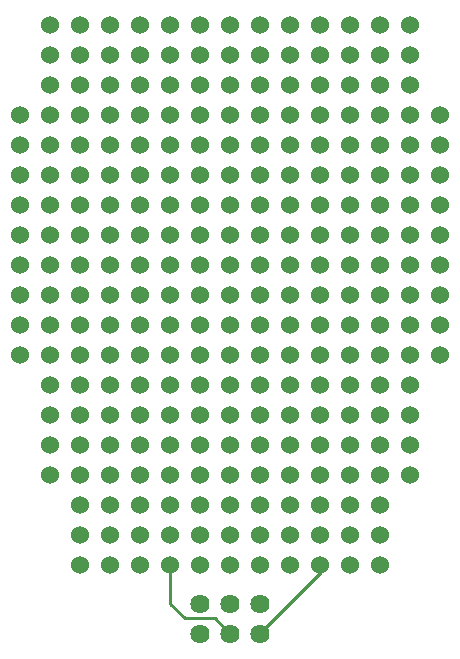
<source format=gtl>
G04*
G04 #@! TF.GenerationSoftware,Altium Limited,CircuitStudio,1.5.2 (30)*
G04*
G04 Layer_Physical_Order=1*
G04 Layer_Color=1513471*
%FSLAX25Y25*%
%MOIN*%
G70*
G01*
G75*
%ADD10C,0.01000*%
%ADD11C,0.01200*%
%ADD12C,0.06000*%
%ADD13C,0.06400*%
D10*
X769900Y632100D02*
X775000Y627000D01*
X759900Y632100D02*
X769900D01*
X755000Y637000D02*
X759900Y632100D01*
X755000Y637000D02*
Y650000D01*
D11*
X785000Y627000D02*
X805000Y647000D01*
Y650000D01*
D12*
X775000D02*
D03*
Y660000D02*
D03*
Y670000D02*
D03*
Y680000D02*
D03*
Y690000D02*
D03*
Y700000D02*
D03*
Y710000D02*
D03*
Y720000D02*
D03*
Y730000D02*
D03*
Y740000D02*
D03*
Y750000D02*
D03*
Y760000D02*
D03*
Y770000D02*
D03*
Y780000D02*
D03*
Y790000D02*
D03*
Y800000D02*
D03*
Y810000D02*
D03*
Y820000D02*
D03*
Y830000D02*
D03*
X765000D02*
D03*
Y820000D02*
D03*
Y810000D02*
D03*
Y800000D02*
D03*
Y790000D02*
D03*
Y780000D02*
D03*
Y770000D02*
D03*
Y760000D02*
D03*
Y750000D02*
D03*
Y740000D02*
D03*
Y730000D02*
D03*
Y720000D02*
D03*
Y710000D02*
D03*
Y700000D02*
D03*
Y690000D02*
D03*
Y680000D02*
D03*
Y670000D02*
D03*
Y660000D02*
D03*
Y650000D02*
D03*
X755000Y830000D02*
D03*
Y820000D02*
D03*
Y810000D02*
D03*
Y800000D02*
D03*
Y790000D02*
D03*
Y780000D02*
D03*
Y770000D02*
D03*
Y760000D02*
D03*
Y750000D02*
D03*
Y740000D02*
D03*
Y730000D02*
D03*
Y720000D02*
D03*
Y710000D02*
D03*
Y700000D02*
D03*
Y690000D02*
D03*
Y680000D02*
D03*
Y670000D02*
D03*
Y660000D02*
D03*
Y650000D02*
D03*
X745000Y830000D02*
D03*
Y820000D02*
D03*
Y810000D02*
D03*
Y800000D02*
D03*
Y790000D02*
D03*
Y780000D02*
D03*
Y770000D02*
D03*
Y760000D02*
D03*
Y750000D02*
D03*
Y740000D02*
D03*
Y730000D02*
D03*
Y720000D02*
D03*
Y710000D02*
D03*
Y700000D02*
D03*
Y690000D02*
D03*
Y680000D02*
D03*
Y670000D02*
D03*
Y660000D02*
D03*
Y650000D02*
D03*
X735000Y830000D02*
D03*
Y820000D02*
D03*
Y810000D02*
D03*
Y800000D02*
D03*
Y790000D02*
D03*
Y780000D02*
D03*
Y770000D02*
D03*
Y760000D02*
D03*
Y750000D02*
D03*
Y740000D02*
D03*
Y730000D02*
D03*
Y720000D02*
D03*
Y710000D02*
D03*
Y700000D02*
D03*
Y690000D02*
D03*
Y680000D02*
D03*
Y670000D02*
D03*
Y660000D02*
D03*
Y650000D02*
D03*
X725000Y830000D02*
D03*
Y820000D02*
D03*
Y810000D02*
D03*
Y800000D02*
D03*
Y790000D02*
D03*
Y780000D02*
D03*
Y770000D02*
D03*
Y760000D02*
D03*
Y750000D02*
D03*
Y740000D02*
D03*
Y730000D02*
D03*
Y720000D02*
D03*
Y710000D02*
D03*
Y700000D02*
D03*
Y690000D02*
D03*
Y680000D02*
D03*
Y670000D02*
D03*
Y660000D02*
D03*
Y650000D02*
D03*
X715000Y830000D02*
D03*
Y820000D02*
D03*
Y810000D02*
D03*
Y800000D02*
D03*
Y790000D02*
D03*
Y780000D02*
D03*
Y770000D02*
D03*
Y760000D02*
D03*
Y750000D02*
D03*
Y740000D02*
D03*
Y730000D02*
D03*
Y720000D02*
D03*
Y710000D02*
D03*
Y700000D02*
D03*
Y690000D02*
D03*
Y680000D02*
D03*
X705000Y780000D02*
D03*
Y770000D02*
D03*
Y760000D02*
D03*
Y750000D02*
D03*
Y740000D02*
D03*
Y730000D02*
D03*
Y790000D02*
D03*
X785000Y650000D02*
D03*
Y660000D02*
D03*
Y670000D02*
D03*
Y680000D02*
D03*
Y690000D02*
D03*
Y700000D02*
D03*
Y710000D02*
D03*
Y720000D02*
D03*
Y730000D02*
D03*
Y740000D02*
D03*
Y750000D02*
D03*
Y760000D02*
D03*
Y770000D02*
D03*
Y780000D02*
D03*
Y790000D02*
D03*
Y800000D02*
D03*
Y810000D02*
D03*
Y820000D02*
D03*
Y830000D02*
D03*
X795000Y650000D02*
D03*
Y660000D02*
D03*
Y670000D02*
D03*
Y680000D02*
D03*
Y690000D02*
D03*
Y700000D02*
D03*
Y710000D02*
D03*
Y720000D02*
D03*
Y730000D02*
D03*
Y740000D02*
D03*
Y750000D02*
D03*
Y760000D02*
D03*
Y770000D02*
D03*
Y780000D02*
D03*
Y790000D02*
D03*
Y800000D02*
D03*
Y810000D02*
D03*
Y820000D02*
D03*
Y830000D02*
D03*
X805000Y650000D02*
D03*
Y660000D02*
D03*
Y670000D02*
D03*
Y680000D02*
D03*
Y690000D02*
D03*
Y700000D02*
D03*
Y710000D02*
D03*
Y720000D02*
D03*
Y730000D02*
D03*
Y740000D02*
D03*
Y750000D02*
D03*
Y760000D02*
D03*
Y770000D02*
D03*
Y780000D02*
D03*
Y790000D02*
D03*
Y800000D02*
D03*
Y810000D02*
D03*
Y820000D02*
D03*
Y830000D02*
D03*
X815000Y650000D02*
D03*
Y660000D02*
D03*
Y670000D02*
D03*
Y680000D02*
D03*
Y690000D02*
D03*
Y700000D02*
D03*
Y710000D02*
D03*
Y720000D02*
D03*
Y730000D02*
D03*
Y740000D02*
D03*
Y750000D02*
D03*
Y760000D02*
D03*
Y770000D02*
D03*
Y780000D02*
D03*
Y790000D02*
D03*
Y800000D02*
D03*
Y810000D02*
D03*
Y820000D02*
D03*
Y830000D02*
D03*
X825000Y650000D02*
D03*
Y660000D02*
D03*
Y670000D02*
D03*
Y680000D02*
D03*
Y690000D02*
D03*
Y700000D02*
D03*
Y710000D02*
D03*
Y720000D02*
D03*
Y730000D02*
D03*
Y740000D02*
D03*
Y750000D02*
D03*
Y760000D02*
D03*
Y770000D02*
D03*
Y780000D02*
D03*
Y790000D02*
D03*
Y800000D02*
D03*
Y810000D02*
D03*
Y820000D02*
D03*
Y830000D02*
D03*
X835000D02*
D03*
Y820000D02*
D03*
Y810000D02*
D03*
Y800000D02*
D03*
Y790000D02*
D03*
Y780000D02*
D03*
Y770000D02*
D03*
Y760000D02*
D03*
Y750000D02*
D03*
Y740000D02*
D03*
Y730000D02*
D03*
Y720000D02*
D03*
Y710000D02*
D03*
Y700000D02*
D03*
Y690000D02*
D03*
Y680000D02*
D03*
X845000Y790000D02*
D03*
Y730000D02*
D03*
Y740000D02*
D03*
Y750000D02*
D03*
Y760000D02*
D03*
Y770000D02*
D03*
Y780000D02*
D03*
Y800000D02*
D03*
Y720000D02*
D03*
X705000D02*
D03*
Y800000D02*
D03*
D13*
X765100Y637000D02*
D03*
Y627000D02*
D03*
X775100D02*
D03*
X785100D02*
D03*
Y637000D02*
D03*
X775100D02*
D03*
M02*

</source>
